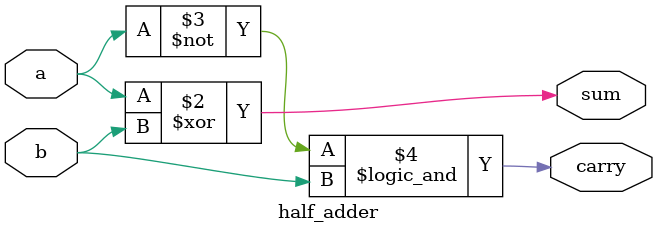
<source format=v>
`timescale 1ns / 1ps


module half_adder(
    input a,b,
    output reg sum,carry
    );
    //Half Adder and Half Subtractor
   /* always @(*)
    begin
    {carry,sum} <= a + b;
    end*/
    always @(*)
    begin
    sum = a ^ b;
    carry = ~(a) && b;
    end
endmodule

</source>
